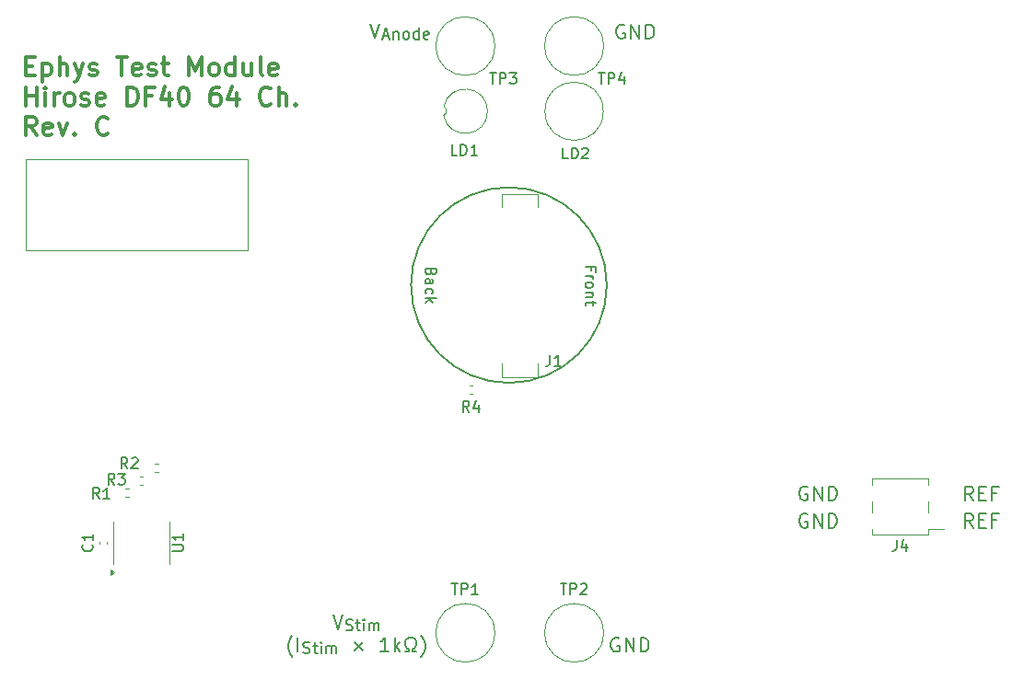
<source format=gbr>
%TF.GenerationSoftware,KiCad,Pcbnew,9.0.3*%
%TF.CreationDate,2025-10-01T18:37:08-04:00*%
%TF.ProjectId,ephys-test-module-64,65706879-732d-4746-9573-742d6d6f6475,C*%
%TF.SameCoordinates,Original*%
%TF.FileFunction,Legend,Top*%
%TF.FilePolarity,Positive*%
%FSLAX46Y46*%
G04 Gerber Fmt 4.6, Leading zero omitted, Abs format (unit mm)*
G04 Created by KiCad (PCBNEW 9.0.3) date 2025-10-01 18:37:08*
%MOMM*%
%LPD*%
G01*
G04 APERTURE LIST*
%ADD10C,0.200000*%
%ADD11C,0.150000*%
%ADD12C,0.300000*%
%ADD13C,0.120000*%
%ADD14C,0.100000*%
G04 APERTURE END LIST*
D10*
X199680142Y-124322004D02*
X199246809Y-123702957D01*
X198937285Y-124322004D02*
X198937285Y-123022004D01*
X198937285Y-123022004D02*
X199432523Y-123022004D01*
X199432523Y-123022004D02*
X199556333Y-123083909D01*
X199556333Y-123083909D02*
X199618238Y-123145814D01*
X199618238Y-123145814D02*
X199680142Y-123269623D01*
X199680142Y-123269623D02*
X199680142Y-123455338D01*
X199680142Y-123455338D02*
X199618238Y-123579147D01*
X199618238Y-123579147D02*
X199556333Y-123641052D01*
X199556333Y-123641052D02*
X199432523Y-123702957D01*
X199432523Y-123702957D02*
X198937285Y-123702957D01*
X200237285Y-123641052D02*
X200670619Y-123641052D01*
X200856333Y-124322004D02*
X200237285Y-124322004D01*
X200237285Y-124322004D02*
X200237285Y-123022004D01*
X200237285Y-123022004D02*
X200856333Y-123022004D01*
X201846809Y-123641052D02*
X201413475Y-123641052D01*
X201413475Y-124322004D02*
X201413475Y-123022004D01*
X201413475Y-123022004D02*
X202032523Y-123022004D01*
X199680142Y-121822004D02*
X199246809Y-121202957D01*
X198937285Y-121822004D02*
X198937285Y-120522004D01*
X198937285Y-120522004D02*
X199432523Y-120522004D01*
X199432523Y-120522004D02*
X199556333Y-120583909D01*
X199556333Y-120583909D02*
X199618238Y-120645814D01*
X199618238Y-120645814D02*
X199680142Y-120769623D01*
X199680142Y-120769623D02*
X199680142Y-120955338D01*
X199680142Y-120955338D02*
X199618238Y-121079147D01*
X199618238Y-121079147D02*
X199556333Y-121141052D01*
X199556333Y-121141052D02*
X199432523Y-121202957D01*
X199432523Y-121202957D02*
X198937285Y-121202957D01*
X200237285Y-121141052D02*
X200670619Y-121141052D01*
X200856333Y-121822004D02*
X200237285Y-121822004D01*
X200237285Y-121822004D02*
X200237285Y-120522004D01*
X200237285Y-120522004D02*
X200856333Y-120522004D01*
X201846809Y-121141052D02*
X201413475Y-121141052D01*
X201413475Y-121822004D02*
X201413475Y-120522004D01*
X201413475Y-120522004D02*
X202032523Y-120522004D01*
D11*
X166000000Y-102000000D02*
G75*
G02*
X148000000Y-102000000I-9000000J0D01*
G01*
X148000000Y-102000000D02*
G75*
G02*
X166000000Y-102000000I9000000J0D01*
G01*
X164553990Y-100642856D02*
X164553990Y-100309523D01*
X164030180Y-100309523D02*
X165030180Y-100309523D01*
X165030180Y-100309523D02*
X165030180Y-100785713D01*
X164030180Y-101166666D02*
X164696847Y-101166666D01*
X164506371Y-101166666D02*
X164601609Y-101214285D01*
X164601609Y-101214285D02*
X164649228Y-101261904D01*
X164649228Y-101261904D02*
X164696847Y-101357142D01*
X164696847Y-101357142D02*
X164696847Y-101452380D01*
X164030180Y-101928571D02*
X164077800Y-101833333D01*
X164077800Y-101833333D02*
X164125419Y-101785714D01*
X164125419Y-101785714D02*
X164220657Y-101738095D01*
X164220657Y-101738095D02*
X164506371Y-101738095D01*
X164506371Y-101738095D02*
X164601609Y-101785714D01*
X164601609Y-101785714D02*
X164649228Y-101833333D01*
X164649228Y-101833333D02*
X164696847Y-101928571D01*
X164696847Y-101928571D02*
X164696847Y-102071428D01*
X164696847Y-102071428D02*
X164649228Y-102166666D01*
X164649228Y-102166666D02*
X164601609Y-102214285D01*
X164601609Y-102214285D02*
X164506371Y-102261904D01*
X164506371Y-102261904D02*
X164220657Y-102261904D01*
X164220657Y-102261904D02*
X164125419Y-102214285D01*
X164125419Y-102214285D02*
X164077800Y-102166666D01*
X164077800Y-102166666D02*
X164030180Y-102071428D01*
X164030180Y-102071428D02*
X164030180Y-101928571D01*
X164696847Y-102690476D02*
X164030180Y-102690476D01*
X164601609Y-102690476D02*
X164649228Y-102738095D01*
X164649228Y-102738095D02*
X164696847Y-102833333D01*
X164696847Y-102833333D02*
X164696847Y-102976190D01*
X164696847Y-102976190D02*
X164649228Y-103071428D01*
X164649228Y-103071428D02*
X164553990Y-103119047D01*
X164553990Y-103119047D02*
X164030180Y-103119047D01*
X164696847Y-103452381D02*
X164696847Y-103833333D01*
X165030180Y-103595238D02*
X164173038Y-103595238D01*
X164173038Y-103595238D02*
X164077800Y-103642857D01*
X164077800Y-103642857D02*
X164030180Y-103738095D01*
X164030180Y-103738095D02*
X164030180Y-103833333D01*
D10*
X184432524Y-120583909D02*
X184308714Y-120522004D01*
X184308714Y-120522004D02*
X184123000Y-120522004D01*
X184123000Y-120522004D02*
X183937286Y-120583909D01*
X183937286Y-120583909D02*
X183813476Y-120707719D01*
X183813476Y-120707719D02*
X183751571Y-120831528D01*
X183751571Y-120831528D02*
X183689667Y-121079147D01*
X183689667Y-121079147D02*
X183689667Y-121264861D01*
X183689667Y-121264861D02*
X183751571Y-121512480D01*
X183751571Y-121512480D02*
X183813476Y-121636290D01*
X183813476Y-121636290D02*
X183937286Y-121760100D01*
X183937286Y-121760100D02*
X184123000Y-121822004D01*
X184123000Y-121822004D02*
X184246809Y-121822004D01*
X184246809Y-121822004D02*
X184432524Y-121760100D01*
X184432524Y-121760100D02*
X184494428Y-121698195D01*
X184494428Y-121698195D02*
X184494428Y-121264861D01*
X184494428Y-121264861D02*
X184246809Y-121264861D01*
X185051571Y-121822004D02*
X185051571Y-120522004D01*
X185051571Y-120522004D02*
X185794428Y-121822004D01*
X185794428Y-121822004D02*
X185794428Y-120522004D01*
X186413476Y-121822004D02*
X186413476Y-120522004D01*
X186413476Y-120522004D02*
X186723000Y-120522004D01*
X186723000Y-120522004D02*
X186908714Y-120583909D01*
X186908714Y-120583909D02*
X187032524Y-120707719D01*
X187032524Y-120707719D02*
X187094429Y-120831528D01*
X187094429Y-120831528D02*
X187156333Y-121079147D01*
X187156333Y-121079147D02*
X187156333Y-121264861D01*
X187156333Y-121264861D02*
X187094429Y-121512480D01*
X187094429Y-121512480D02*
X187032524Y-121636290D01*
X187032524Y-121636290D02*
X186908714Y-121760100D01*
X186908714Y-121760100D02*
X186723000Y-121822004D01*
X186723000Y-121822004D02*
X186413476Y-121822004D01*
D11*
X149853990Y-100785714D02*
X149806371Y-100928571D01*
X149806371Y-100928571D02*
X149758752Y-100976190D01*
X149758752Y-100976190D02*
X149663514Y-101023809D01*
X149663514Y-101023809D02*
X149520657Y-101023809D01*
X149520657Y-101023809D02*
X149425419Y-100976190D01*
X149425419Y-100976190D02*
X149377800Y-100928571D01*
X149377800Y-100928571D02*
X149330180Y-100833333D01*
X149330180Y-100833333D02*
X149330180Y-100452381D01*
X149330180Y-100452381D02*
X150330180Y-100452381D01*
X150330180Y-100452381D02*
X150330180Y-100785714D01*
X150330180Y-100785714D02*
X150282561Y-100880952D01*
X150282561Y-100880952D02*
X150234942Y-100928571D01*
X150234942Y-100928571D02*
X150139704Y-100976190D01*
X150139704Y-100976190D02*
X150044466Y-100976190D01*
X150044466Y-100976190D02*
X149949228Y-100928571D01*
X149949228Y-100928571D02*
X149901609Y-100880952D01*
X149901609Y-100880952D02*
X149853990Y-100785714D01*
X149853990Y-100785714D02*
X149853990Y-100452381D01*
X149330180Y-101880952D02*
X149853990Y-101880952D01*
X149853990Y-101880952D02*
X149949228Y-101833333D01*
X149949228Y-101833333D02*
X149996847Y-101738095D01*
X149996847Y-101738095D02*
X149996847Y-101547619D01*
X149996847Y-101547619D02*
X149949228Y-101452381D01*
X149377800Y-101880952D02*
X149330180Y-101785714D01*
X149330180Y-101785714D02*
X149330180Y-101547619D01*
X149330180Y-101547619D02*
X149377800Y-101452381D01*
X149377800Y-101452381D02*
X149473038Y-101404762D01*
X149473038Y-101404762D02*
X149568276Y-101404762D01*
X149568276Y-101404762D02*
X149663514Y-101452381D01*
X149663514Y-101452381D02*
X149711133Y-101547619D01*
X149711133Y-101547619D02*
X149711133Y-101785714D01*
X149711133Y-101785714D02*
X149758752Y-101880952D01*
X149377800Y-102785714D02*
X149330180Y-102690476D01*
X149330180Y-102690476D02*
X149330180Y-102500000D01*
X149330180Y-102500000D02*
X149377800Y-102404762D01*
X149377800Y-102404762D02*
X149425419Y-102357143D01*
X149425419Y-102357143D02*
X149520657Y-102309524D01*
X149520657Y-102309524D02*
X149806371Y-102309524D01*
X149806371Y-102309524D02*
X149901609Y-102357143D01*
X149901609Y-102357143D02*
X149949228Y-102404762D01*
X149949228Y-102404762D02*
X149996847Y-102500000D01*
X149996847Y-102500000D02*
X149996847Y-102690476D01*
X149996847Y-102690476D02*
X149949228Y-102785714D01*
X149330180Y-103214286D02*
X150330180Y-103214286D01*
X149711133Y-103309524D02*
X149330180Y-103595238D01*
X149996847Y-103595238D02*
X149615895Y-103214286D01*
D10*
X144255387Y-77930504D02*
X144688720Y-79230504D01*
X144688720Y-79230504D02*
X145122054Y-77930504D01*
X145443959Y-79076980D02*
X145939197Y-79076980D01*
X145344911Y-79374123D02*
X145691578Y-78334123D01*
X145691578Y-78334123D02*
X146038244Y-79374123D01*
X146384912Y-78680790D02*
X146384912Y-79374123D01*
X146384912Y-78779838D02*
X146434435Y-78730314D01*
X146434435Y-78730314D02*
X146533483Y-78680790D01*
X146533483Y-78680790D02*
X146682054Y-78680790D01*
X146682054Y-78680790D02*
X146781102Y-78730314D01*
X146781102Y-78730314D02*
X146830626Y-78829361D01*
X146830626Y-78829361D02*
X146830626Y-79374123D01*
X147474435Y-79374123D02*
X147375387Y-79324600D01*
X147375387Y-79324600D02*
X147325864Y-79275076D01*
X147325864Y-79275076D02*
X147276340Y-79176028D01*
X147276340Y-79176028D02*
X147276340Y-78878885D01*
X147276340Y-78878885D02*
X147325864Y-78779838D01*
X147325864Y-78779838D02*
X147375387Y-78730314D01*
X147375387Y-78730314D02*
X147474435Y-78680790D01*
X147474435Y-78680790D02*
X147623006Y-78680790D01*
X147623006Y-78680790D02*
X147722054Y-78730314D01*
X147722054Y-78730314D02*
X147771578Y-78779838D01*
X147771578Y-78779838D02*
X147821102Y-78878885D01*
X147821102Y-78878885D02*
X147821102Y-79176028D01*
X147821102Y-79176028D02*
X147771578Y-79275076D01*
X147771578Y-79275076D02*
X147722054Y-79324600D01*
X147722054Y-79324600D02*
X147623006Y-79374123D01*
X147623006Y-79374123D02*
X147474435Y-79374123D01*
X148712530Y-79374123D02*
X148712530Y-78334123D01*
X148712530Y-79324600D02*
X148613482Y-79374123D01*
X148613482Y-79374123D02*
X148415387Y-79374123D01*
X148415387Y-79374123D02*
X148316339Y-79324600D01*
X148316339Y-79324600D02*
X148266816Y-79275076D01*
X148266816Y-79275076D02*
X148217292Y-79176028D01*
X148217292Y-79176028D02*
X148217292Y-78878885D01*
X148217292Y-78878885D02*
X148266816Y-78779838D01*
X148266816Y-78779838D02*
X148316339Y-78730314D01*
X148316339Y-78730314D02*
X148415387Y-78680790D01*
X148415387Y-78680790D02*
X148613482Y-78680790D01*
X148613482Y-78680790D02*
X148712530Y-78730314D01*
X149603958Y-79324600D02*
X149504910Y-79374123D01*
X149504910Y-79374123D02*
X149306815Y-79374123D01*
X149306815Y-79374123D02*
X149207768Y-79324600D01*
X149207768Y-79324600D02*
X149158244Y-79225552D01*
X149158244Y-79225552D02*
X149158244Y-78829361D01*
X149158244Y-78829361D02*
X149207768Y-78730314D01*
X149207768Y-78730314D02*
X149306815Y-78680790D01*
X149306815Y-78680790D02*
X149504910Y-78680790D01*
X149504910Y-78680790D02*
X149603958Y-78730314D01*
X149603958Y-78730314D02*
X149653482Y-78829361D01*
X149653482Y-78829361D02*
X149653482Y-78928409D01*
X149653482Y-78928409D02*
X149158244Y-79027457D01*
X167122054Y-134492409D02*
X166998244Y-134430504D01*
X166998244Y-134430504D02*
X166812530Y-134430504D01*
X166812530Y-134430504D02*
X166626816Y-134492409D01*
X166626816Y-134492409D02*
X166503006Y-134616219D01*
X166503006Y-134616219D02*
X166441101Y-134740028D01*
X166441101Y-134740028D02*
X166379197Y-134987647D01*
X166379197Y-134987647D02*
X166379197Y-135173361D01*
X166379197Y-135173361D02*
X166441101Y-135420980D01*
X166441101Y-135420980D02*
X166503006Y-135544790D01*
X166503006Y-135544790D02*
X166626816Y-135668600D01*
X166626816Y-135668600D02*
X166812530Y-135730504D01*
X166812530Y-135730504D02*
X166936339Y-135730504D01*
X166936339Y-135730504D02*
X167122054Y-135668600D01*
X167122054Y-135668600D02*
X167183958Y-135606695D01*
X167183958Y-135606695D02*
X167183958Y-135173361D01*
X167183958Y-135173361D02*
X166936339Y-135173361D01*
X167741101Y-135730504D02*
X167741101Y-134430504D01*
X167741101Y-134430504D02*
X168483958Y-135730504D01*
X168483958Y-135730504D02*
X168483958Y-134430504D01*
X169103006Y-135730504D02*
X169103006Y-134430504D01*
X169103006Y-134430504D02*
X169412530Y-134430504D01*
X169412530Y-134430504D02*
X169598244Y-134492409D01*
X169598244Y-134492409D02*
X169722054Y-134616219D01*
X169722054Y-134616219D02*
X169783959Y-134740028D01*
X169783959Y-134740028D02*
X169845863Y-134987647D01*
X169845863Y-134987647D02*
X169845863Y-135173361D01*
X169845863Y-135173361D02*
X169783959Y-135420980D01*
X169783959Y-135420980D02*
X169722054Y-135544790D01*
X169722054Y-135544790D02*
X169598244Y-135668600D01*
X169598244Y-135668600D02*
X169412530Y-135730504D01*
X169412530Y-135730504D02*
X169103006Y-135730504D01*
X184432524Y-123083909D02*
X184308714Y-123022004D01*
X184308714Y-123022004D02*
X184123000Y-123022004D01*
X184123000Y-123022004D02*
X183937286Y-123083909D01*
X183937286Y-123083909D02*
X183813476Y-123207719D01*
X183813476Y-123207719D02*
X183751571Y-123331528D01*
X183751571Y-123331528D02*
X183689667Y-123579147D01*
X183689667Y-123579147D02*
X183689667Y-123764861D01*
X183689667Y-123764861D02*
X183751571Y-124012480D01*
X183751571Y-124012480D02*
X183813476Y-124136290D01*
X183813476Y-124136290D02*
X183937286Y-124260100D01*
X183937286Y-124260100D02*
X184123000Y-124322004D01*
X184123000Y-124322004D02*
X184246809Y-124322004D01*
X184246809Y-124322004D02*
X184432524Y-124260100D01*
X184432524Y-124260100D02*
X184494428Y-124198195D01*
X184494428Y-124198195D02*
X184494428Y-123764861D01*
X184494428Y-123764861D02*
X184246809Y-123764861D01*
X185051571Y-124322004D02*
X185051571Y-123022004D01*
X185051571Y-123022004D02*
X185794428Y-124322004D01*
X185794428Y-124322004D02*
X185794428Y-123022004D01*
X186413476Y-124322004D02*
X186413476Y-123022004D01*
X186413476Y-123022004D02*
X186723000Y-123022004D01*
X186723000Y-123022004D02*
X186908714Y-123083909D01*
X186908714Y-123083909D02*
X187032524Y-123207719D01*
X187032524Y-123207719D02*
X187094429Y-123331528D01*
X187094429Y-123331528D02*
X187156333Y-123579147D01*
X187156333Y-123579147D02*
X187156333Y-123764861D01*
X187156333Y-123764861D02*
X187094429Y-124012480D01*
X187094429Y-124012480D02*
X187032524Y-124136290D01*
X187032524Y-124136290D02*
X186908714Y-124260100D01*
X186908714Y-124260100D02*
X186723000Y-124322004D01*
X186723000Y-124322004D02*
X186413476Y-124322004D01*
X140833333Y-132337577D02*
X141266666Y-133637577D01*
X141266666Y-133637577D02*
X141700000Y-132337577D01*
X142021905Y-133731673D02*
X142170476Y-133781196D01*
X142170476Y-133781196D02*
X142418095Y-133781196D01*
X142418095Y-133781196D02*
X142517143Y-133731673D01*
X142517143Y-133731673D02*
X142566667Y-133682149D01*
X142566667Y-133682149D02*
X142616190Y-133583101D01*
X142616190Y-133583101D02*
X142616190Y-133484053D01*
X142616190Y-133484053D02*
X142566667Y-133385006D01*
X142566667Y-133385006D02*
X142517143Y-133335482D01*
X142517143Y-133335482D02*
X142418095Y-133285958D01*
X142418095Y-133285958D02*
X142220000Y-133236434D01*
X142220000Y-133236434D02*
X142120952Y-133186911D01*
X142120952Y-133186911D02*
X142071429Y-133137387D01*
X142071429Y-133137387D02*
X142021905Y-133038339D01*
X142021905Y-133038339D02*
X142021905Y-132939292D01*
X142021905Y-132939292D02*
X142071429Y-132840244D01*
X142071429Y-132840244D02*
X142120952Y-132790720D01*
X142120952Y-132790720D02*
X142220000Y-132741196D01*
X142220000Y-132741196D02*
X142467619Y-132741196D01*
X142467619Y-132741196D02*
X142616190Y-132790720D01*
X142913333Y-133087863D02*
X143309524Y-133087863D01*
X143061905Y-132741196D02*
X143061905Y-133632625D01*
X143061905Y-133632625D02*
X143111428Y-133731673D01*
X143111428Y-133731673D02*
X143210476Y-133781196D01*
X143210476Y-133781196D02*
X143309524Y-133781196D01*
X143656191Y-133781196D02*
X143656191Y-133087863D01*
X143656191Y-132741196D02*
X143606667Y-132790720D01*
X143606667Y-132790720D02*
X143656191Y-132840244D01*
X143656191Y-132840244D02*
X143705714Y-132790720D01*
X143705714Y-132790720D02*
X143656191Y-132741196D01*
X143656191Y-132741196D02*
X143656191Y-132840244D01*
X144151429Y-133781196D02*
X144151429Y-133087863D01*
X144151429Y-133186911D02*
X144200952Y-133137387D01*
X144200952Y-133137387D02*
X144300000Y-133087863D01*
X144300000Y-133087863D02*
X144448571Y-133087863D01*
X144448571Y-133087863D02*
X144547619Y-133137387D01*
X144547619Y-133137387D02*
X144597143Y-133236434D01*
X144597143Y-133236434D02*
X144597143Y-133781196D01*
X144597143Y-133236434D02*
X144646667Y-133137387D01*
X144646667Y-133137387D02*
X144745714Y-133087863D01*
X144745714Y-133087863D02*
X144894286Y-133087863D01*
X144894286Y-133087863D02*
X144993333Y-133137387D01*
X144993333Y-133137387D02*
X145042857Y-133236434D01*
X145042857Y-133236434D02*
X145042857Y-133781196D01*
X137088095Y-136225742D02*
X137026190Y-136163838D01*
X137026190Y-136163838D02*
X136902381Y-135978123D01*
X136902381Y-135978123D02*
X136840476Y-135854314D01*
X136840476Y-135854314D02*
X136778571Y-135668600D01*
X136778571Y-135668600D02*
X136716666Y-135359076D01*
X136716666Y-135359076D02*
X136716666Y-135111457D01*
X136716666Y-135111457D02*
X136778571Y-134801933D01*
X136778571Y-134801933D02*
X136840476Y-134616219D01*
X136840476Y-134616219D02*
X136902381Y-134492409D01*
X136902381Y-134492409D02*
X137026190Y-134306695D01*
X137026190Y-134306695D02*
X137088095Y-134244790D01*
X137583333Y-135730504D02*
X137583333Y-134430504D01*
X138090953Y-135824600D02*
X138239524Y-135874123D01*
X138239524Y-135874123D02*
X138487143Y-135874123D01*
X138487143Y-135874123D02*
X138586191Y-135824600D01*
X138586191Y-135824600D02*
X138635715Y-135775076D01*
X138635715Y-135775076D02*
X138685238Y-135676028D01*
X138685238Y-135676028D02*
X138685238Y-135576980D01*
X138685238Y-135576980D02*
X138635715Y-135477933D01*
X138635715Y-135477933D02*
X138586191Y-135428409D01*
X138586191Y-135428409D02*
X138487143Y-135378885D01*
X138487143Y-135378885D02*
X138289048Y-135329361D01*
X138289048Y-135329361D02*
X138190000Y-135279838D01*
X138190000Y-135279838D02*
X138140477Y-135230314D01*
X138140477Y-135230314D02*
X138090953Y-135131266D01*
X138090953Y-135131266D02*
X138090953Y-135032219D01*
X138090953Y-135032219D02*
X138140477Y-134933171D01*
X138140477Y-134933171D02*
X138190000Y-134883647D01*
X138190000Y-134883647D02*
X138289048Y-134834123D01*
X138289048Y-134834123D02*
X138536667Y-134834123D01*
X138536667Y-134834123D02*
X138685238Y-134883647D01*
X138982381Y-135180790D02*
X139378572Y-135180790D01*
X139130953Y-134834123D02*
X139130953Y-135725552D01*
X139130953Y-135725552D02*
X139180476Y-135824600D01*
X139180476Y-135824600D02*
X139279524Y-135874123D01*
X139279524Y-135874123D02*
X139378572Y-135874123D01*
X139725239Y-135874123D02*
X139725239Y-135180790D01*
X139725239Y-134834123D02*
X139675715Y-134883647D01*
X139675715Y-134883647D02*
X139725239Y-134933171D01*
X139725239Y-134933171D02*
X139774762Y-134883647D01*
X139774762Y-134883647D02*
X139725239Y-134834123D01*
X139725239Y-134834123D02*
X139725239Y-134933171D01*
X140220477Y-135874123D02*
X140220477Y-135180790D01*
X140220477Y-135279838D02*
X140270000Y-135230314D01*
X140270000Y-135230314D02*
X140369048Y-135180790D01*
X140369048Y-135180790D02*
X140517619Y-135180790D01*
X140517619Y-135180790D02*
X140616667Y-135230314D01*
X140616667Y-135230314D02*
X140666191Y-135329361D01*
X140666191Y-135329361D02*
X140666191Y-135874123D01*
X140666191Y-135329361D02*
X140715715Y-135230314D01*
X140715715Y-135230314D02*
X140814762Y-135180790D01*
X140814762Y-135180790D02*
X140963334Y-135180790D01*
X140963334Y-135180790D02*
X141062381Y-135230314D01*
X141062381Y-135230314D02*
X141111905Y-135329361D01*
X141111905Y-135329361D02*
X141111905Y-135874123D01*
X142783334Y-134863838D02*
X143526191Y-135606695D01*
X143526191Y-134863838D02*
X142783334Y-135606695D01*
X145940477Y-135730504D02*
X145197620Y-135730504D01*
X145569048Y-135730504D02*
X145569048Y-134430504D01*
X145569048Y-134430504D02*
X145445239Y-134616219D01*
X145445239Y-134616219D02*
X145321429Y-134740028D01*
X145321429Y-134740028D02*
X145197620Y-134801933D01*
X146497619Y-135730504D02*
X146497619Y-134430504D01*
X146621429Y-135235266D02*
X146992857Y-135730504D01*
X146992857Y-134863838D02*
X146497619Y-135359076D01*
X147488096Y-135730504D02*
X147797619Y-135730504D01*
X147797619Y-135730504D02*
X147797619Y-135482885D01*
X147797619Y-135482885D02*
X147673810Y-135420980D01*
X147673810Y-135420980D02*
X147550000Y-135297171D01*
X147550000Y-135297171D02*
X147488096Y-135111457D01*
X147488096Y-135111457D02*
X147488096Y-134801933D01*
X147488096Y-134801933D02*
X147550000Y-134616219D01*
X147550000Y-134616219D02*
X147673810Y-134492409D01*
X147673810Y-134492409D02*
X147859524Y-134430504D01*
X147859524Y-134430504D02*
X148107143Y-134430504D01*
X148107143Y-134430504D02*
X148292857Y-134492409D01*
X148292857Y-134492409D02*
X148416667Y-134616219D01*
X148416667Y-134616219D02*
X148478572Y-134801933D01*
X148478572Y-134801933D02*
X148478572Y-135111457D01*
X148478572Y-135111457D02*
X148416667Y-135297171D01*
X148416667Y-135297171D02*
X148292857Y-135420980D01*
X148292857Y-135420980D02*
X148169048Y-135482885D01*
X148169048Y-135482885D02*
X148169048Y-135730504D01*
X148169048Y-135730504D02*
X148478572Y-135730504D01*
X148911905Y-136225742D02*
X148973810Y-136163838D01*
X148973810Y-136163838D02*
X149097619Y-135978123D01*
X149097619Y-135978123D02*
X149159524Y-135854314D01*
X149159524Y-135854314D02*
X149221429Y-135668600D01*
X149221429Y-135668600D02*
X149283333Y-135359076D01*
X149283333Y-135359076D02*
X149283333Y-135111457D01*
X149283333Y-135111457D02*
X149221429Y-134801933D01*
X149221429Y-134801933D02*
X149159524Y-134616219D01*
X149159524Y-134616219D02*
X149097619Y-134492409D01*
X149097619Y-134492409D02*
X148973810Y-134306695D01*
X148973810Y-134306695D02*
X148911905Y-134244790D01*
X167622054Y-78092409D02*
X167498244Y-78030504D01*
X167498244Y-78030504D02*
X167312530Y-78030504D01*
X167312530Y-78030504D02*
X167126816Y-78092409D01*
X167126816Y-78092409D02*
X167003006Y-78216219D01*
X167003006Y-78216219D02*
X166941101Y-78340028D01*
X166941101Y-78340028D02*
X166879197Y-78587647D01*
X166879197Y-78587647D02*
X166879197Y-78773361D01*
X166879197Y-78773361D02*
X166941101Y-79020980D01*
X166941101Y-79020980D02*
X167003006Y-79144790D01*
X167003006Y-79144790D02*
X167126816Y-79268600D01*
X167126816Y-79268600D02*
X167312530Y-79330504D01*
X167312530Y-79330504D02*
X167436339Y-79330504D01*
X167436339Y-79330504D02*
X167622054Y-79268600D01*
X167622054Y-79268600D02*
X167683958Y-79206695D01*
X167683958Y-79206695D02*
X167683958Y-78773361D01*
X167683958Y-78773361D02*
X167436339Y-78773361D01*
X168241101Y-79330504D02*
X168241101Y-78030504D01*
X168241101Y-78030504D02*
X168983958Y-79330504D01*
X168983958Y-79330504D02*
X168983958Y-78030504D01*
X169603006Y-79330504D02*
X169603006Y-78030504D01*
X169603006Y-78030504D02*
X169912530Y-78030504D01*
X169912530Y-78030504D02*
X170098244Y-78092409D01*
X170098244Y-78092409D02*
X170222054Y-78216219D01*
X170222054Y-78216219D02*
X170283959Y-78340028D01*
X170283959Y-78340028D02*
X170345863Y-78587647D01*
X170345863Y-78587647D02*
X170345863Y-78773361D01*
X170345863Y-78773361D02*
X170283959Y-79020980D01*
X170283959Y-79020980D02*
X170222054Y-79144790D01*
X170222054Y-79144790D02*
X170098244Y-79268600D01*
X170098244Y-79268600D02*
X169912530Y-79330504D01*
X169912530Y-79330504D02*
X169603006Y-79330504D01*
D12*
X112602129Y-81843472D02*
X113168796Y-81843472D01*
X113411653Y-82733948D02*
X112602129Y-82733948D01*
X112602129Y-82733948D02*
X112602129Y-81033948D01*
X112602129Y-81033948D02*
X113411653Y-81033948D01*
X114140224Y-81600615D02*
X114140224Y-83300615D01*
X114140224Y-81681567D02*
X114302129Y-81600615D01*
X114302129Y-81600615D02*
X114625939Y-81600615D01*
X114625939Y-81600615D02*
X114787843Y-81681567D01*
X114787843Y-81681567D02*
X114868796Y-81762519D01*
X114868796Y-81762519D02*
X114949748Y-81924424D01*
X114949748Y-81924424D02*
X114949748Y-82410138D01*
X114949748Y-82410138D02*
X114868796Y-82572043D01*
X114868796Y-82572043D02*
X114787843Y-82652996D01*
X114787843Y-82652996D02*
X114625939Y-82733948D01*
X114625939Y-82733948D02*
X114302129Y-82733948D01*
X114302129Y-82733948D02*
X114140224Y-82652996D01*
X115678319Y-82733948D02*
X115678319Y-81033948D01*
X116406891Y-82733948D02*
X116406891Y-81843472D01*
X116406891Y-81843472D02*
X116325938Y-81681567D01*
X116325938Y-81681567D02*
X116164034Y-81600615D01*
X116164034Y-81600615D02*
X115921177Y-81600615D01*
X115921177Y-81600615D02*
X115759272Y-81681567D01*
X115759272Y-81681567D02*
X115678319Y-81762519D01*
X117054510Y-81600615D02*
X117459272Y-82733948D01*
X117864033Y-81600615D02*
X117459272Y-82733948D01*
X117459272Y-82733948D02*
X117297367Y-83138710D01*
X117297367Y-83138710D02*
X117216414Y-83219662D01*
X117216414Y-83219662D02*
X117054510Y-83300615D01*
X118430700Y-82652996D02*
X118592605Y-82733948D01*
X118592605Y-82733948D02*
X118916414Y-82733948D01*
X118916414Y-82733948D02*
X119078319Y-82652996D01*
X119078319Y-82652996D02*
X119159271Y-82491091D01*
X119159271Y-82491091D02*
X119159271Y-82410138D01*
X119159271Y-82410138D02*
X119078319Y-82248234D01*
X119078319Y-82248234D02*
X118916414Y-82167281D01*
X118916414Y-82167281D02*
X118673557Y-82167281D01*
X118673557Y-82167281D02*
X118511652Y-82086329D01*
X118511652Y-82086329D02*
X118430700Y-81924424D01*
X118430700Y-81924424D02*
X118430700Y-81843472D01*
X118430700Y-81843472D02*
X118511652Y-81681567D01*
X118511652Y-81681567D02*
X118673557Y-81600615D01*
X118673557Y-81600615D02*
X118916414Y-81600615D01*
X118916414Y-81600615D02*
X119078319Y-81681567D01*
X120940223Y-81033948D02*
X121911652Y-81033948D01*
X121425938Y-82733948D02*
X121425938Y-81033948D01*
X123125937Y-82652996D02*
X122964033Y-82733948D01*
X122964033Y-82733948D02*
X122640223Y-82733948D01*
X122640223Y-82733948D02*
X122478318Y-82652996D01*
X122478318Y-82652996D02*
X122397366Y-82491091D01*
X122397366Y-82491091D02*
X122397366Y-81843472D01*
X122397366Y-81843472D02*
X122478318Y-81681567D01*
X122478318Y-81681567D02*
X122640223Y-81600615D01*
X122640223Y-81600615D02*
X122964033Y-81600615D01*
X122964033Y-81600615D02*
X123125937Y-81681567D01*
X123125937Y-81681567D02*
X123206890Y-81843472D01*
X123206890Y-81843472D02*
X123206890Y-82005376D01*
X123206890Y-82005376D02*
X122397366Y-82167281D01*
X123854509Y-82652996D02*
X124016414Y-82733948D01*
X124016414Y-82733948D02*
X124340223Y-82733948D01*
X124340223Y-82733948D02*
X124502128Y-82652996D01*
X124502128Y-82652996D02*
X124583080Y-82491091D01*
X124583080Y-82491091D02*
X124583080Y-82410138D01*
X124583080Y-82410138D02*
X124502128Y-82248234D01*
X124502128Y-82248234D02*
X124340223Y-82167281D01*
X124340223Y-82167281D02*
X124097366Y-82167281D01*
X124097366Y-82167281D02*
X123935461Y-82086329D01*
X123935461Y-82086329D02*
X123854509Y-81924424D01*
X123854509Y-81924424D02*
X123854509Y-81843472D01*
X123854509Y-81843472D02*
X123935461Y-81681567D01*
X123935461Y-81681567D02*
X124097366Y-81600615D01*
X124097366Y-81600615D02*
X124340223Y-81600615D01*
X124340223Y-81600615D02*
X124502128Y-81681567D01*
X125068794Y-81600615D02*
X125716413Y-81600615D01*
X125311651Y-81033948D02*
X125311651Y-82491091D01*
X125311651Y-82491091D02*
X125392604Y-82652996D01*
X125392604Y-82652996D02*
X125554509Y-82733948D01*
X125554509Y-82733948D02*
X125716413Y-82733948D01*
X127578318Y-82733948D02*
X127578318Y-81033948D01*
X127578318Y-81033948D02*
X128144985Y-82248234D01*
X128144985Y-82248234D02*
X128711652Y-81033948D01*
X128711652Y-81033948D02*
X128711652Y-82733948D01*
X129764033Y-82733948D02*
X129602128Y-82652996D01*
X129602128Y-82652996D02*
X129521175Y-82572043D01*
X129521175Y-82572043D02*
X129440223Y-82410138D01*
X129440223Y-82410138D02*
X129440223Y-81924424D01*
X129440223Y-81924424D02*
X129521175Y-81762519D01*
X129521175Y-81762519D02*
X129602128Y-81681567D01*
X129602128Y-81681567D02*
X129764033Y-81600615D01*
X129764033Y-81600615D02*
X130006890Y-81600615D01*
X130006890Y-81600615D02*
X130168794Y-81681567D01*
X130168794Y-81681567D02*
X130249747Y-81762519D01*
X130249747Y-81762519D02*
X130330699Y-81924424D01*
X130330699Y-81924424D02*
X130330699Y-82410138D01*
X130330699Y-82410138D02*
X130249747Y-82572043D01*
X130249747Y-82572043D02*
X130168794Y-82652996D01*
X130168794Y-82652996D02*
X130006890Y-82733948D01*
X130006890Y-82733948D02*
X129764033Y-82733948D01*
X131787842Y-82733948D02*
X131787842Y-81033948D01*
X131787842Y-82652996D02*
X131625937Y-82733948D01*
X131625937Y-82733948D02*
X131302128Y-82733948D01*
X131302128Y-82733948D02*
X131140223Y-82652996D01*
X131140223Y-82652996D02*
X131059270Y-82572043D01*
X131059270Y-82572043D02*
X130978318Y-82410138D01*
X130978318Y-82410138D02*
X130978318Y-81924424D01*
X130978318Y-81924424D02*
X131059270Y-81762519D01*
X131059270Y-81762519D02*
X131140223Y-81681567D01*
X131140223Y-81681567D02*
X131302128Y-81600615D01*
X131302128Y-81600615D02*
X131625937Y-81600615D01*
X131625937Y-81600615D02*
X131787842Y-81681567D01*
X133325937Y-81600615D02*
X133325937Y-82733948D01*
X132597365Y-81600615D02*
X132597365Y-82491091D01*
X132597365Y-82491091D02*
X132678318Y-82652996D01*
X132678318Y-82652996D02*
X132840223Y-82733948D01*
X132840223Y-82733948D02*
X133083080Y-82733948D01*
X133083080Y-82733948D02*
X133244984Y-82652996D01*
X133244984Y-82652996D02*
X133325937Y-82572043D01*
X134378318Y-82733948D02*
X134216413Y-82652996D01*
X134216413Y-82652996D02*
X134135460Y-82491091D01*
X134135460Y-82491091D02*
X134135460Y-81033948D01*
X135673555Y-82652996D02*
X135511651Y-82733948D01*
X135511651Y-82733948D02*
X135187841Y-82733948D01*
X135187841Y-82733948D02*
X135025936Y-82652996D01*
X135025936Y-82652996D02*
X134944984Y-82491091D01*
X134944984Y-82491091D02*
X134944984Y-81843472D01*
X134944984Y-81843472D02*
X135025936Y-81681567D01*
X135025936Y-81681567D02*
X135187841Y-81600615D01*
X135187841Y-81600615D02*
X135511651Y-81600615D01*
X135511651Y-81600615D02*
X135673555Y-81681567D01*
X135673555Y-81681567D02*
X135754508Y-81843472D01*
X135754508Y-81843472D02*
X135754508Y-82005376D01*
X135754508Y-82005376D02*
X134944984Y-82167281D01*
X112602129Y-85470853D02*
X112602129Y-83770853D01*
X112602129Y-84580377D02*
X113573558Y-84580377D01*
X113573558Y-85470853D02*
X113573558Y-83770853D01*
X114383081Y-85470853D02*
X114383081Y-84337520D01*
X114383081Y-83770853D02*
X114302129Y-83851805D01*
X114302129Y-83851805D02*
X114383081Y-83932758D01*
X114383081Y-83932758D02*
X114464034Y-83851805D01*
X114464034Y-83851805D02*
X114383081Y-83770853D01*
X114383081Y-83770853D02*
X114383081Y-83932758D01*
X115192605Y-85470853D02*
X115192605Y-84337520D01*
X115192605Y-84661329D02*
X115273558Y-84499424D01*
X115273558Y-84499424D02*
X115354510Y-84418472D01*
X115354510Y-84418472D02*
X115516415Y-84337520D01*
X115516415Y-84337520D02*
X115678320Y-84337520D01*
X116487844Y-85470853D02*
X116325939Y-85389901D01*
X116325939Y-85389901D02*
X116244986Y-85308948D01*
X116244986Y-85308948D02*
X116164034Y-85147043D01*
X116164034Y-85147043D02*
X116164034Y-84661329D01*
X116164034Y-84661329D02*
X116244986Y-84499424D01*
X116244986Y-84499424D02*
X116325939Y-84418472D01*
X116325939Y-84418472D02*
X116487844Y-84337520D01*
X116487844Y-84337520D02*
X116730701Y-84337520D01*
X116730701Y-84337520D02*
X116892605Y-84418472D01*
X116892605Y-84418472D02*
X116973558Y-84499424D01*
X116973558Y-84499424D02*
X117054510Y-84661329D01*
X117054510Y-84661329D02*
X117054510Y-85147043D01*
X117054510Y-85147043D02*
X116973558Y-85308948D01*
X116973558Y-85308948D02*
X116892605Y-85389901D01*
X116892605Y-85389901D02*
X116730701Y-85470853D01*
X116730701Y-85470853D02*
X116487844Y-85470853D01*
X117702129Y-85389901D02*
X117864034Y-85470853D01*
X117864034Y-85470853D02*
X118187843Y-85470853D01*
X118187843Y-85470853D02*
X118349748Y-85389901D01*
X118349748Y-85389901D02*
X118430700Y-85227996D01*
X118430700Y-85227996D02*
X118430700Y-85147043D01*
X118430700Y-85147043D02*
X118349748Y-84985139D01*
X118349748Y-84985139D02*
X118187843Y-84904186D01*
X118187843Y-84904186D02*
X117944986Y-84904186D01*
X117944986Y-84904186D02*
X117783081Y-84823234D01*
X117783081Y-84823234D02*
X117702129Y-84661329D01*
X117702129Y-84661329D02*
X117702129Y-84580377D01*
X117702129Y-84580377D02*
X117783081Y-84418472D01*
X117783081Y-84418472D02*
X117944986Y-84337520D01*
X117944986Y-84337520D02*
X118187843Y-84337520D01*
X118187843Y-84337520D02*
X118349748Y-84418472D01*
X119806890Y-85389901D02*
X119644986Y-85470853D01*
X119644986Y-85470853D02*
X119321176Y-85470853D01*
X119321176Y-85470853D02*
X119159271Y-85389901D01*
X119159271Y-85389901D02*
X119078319Y-85227996D01*
X119078319Y-85227996D02*
X119078319Y-84580377D01*
X119078319Y-84580377D02*
X119159271Y-84418472D01*
X119159271Y-84418472D02*
X119321176Y-84337520D01*
X119321176Y-84337520D02*
X119644986Y-84337520D01*
X119644986Y-84337520D02*
X119806890Y-84418472D01*
X119806890Y-84418472D02*
X119887843Y-84580377D01*
X119887843Y-84580377D02*
X119887843Y-84742281D01*
X119887843Y-84742281D02*
X119078319Y-84904186D01*
X121911652Y-85470853D02*
X121911652Y-83770853D01*
X121911652Y-83770853D02*
X122316414Y-83770853D01*
X122316414Y-83770853D02*
X122559271Y-83851805D01*
X122559271Y-83851805D02*
X122721176Y-84013710D01*
X122721176Y-84013710D02*
X122802129Y-84175615D01*
X122802129Y-84175615D02*
X122883081Y-84499424D01*
X122883081Y-84499424D02*
X122883081Y-84742281D01*
X122883081Y-84742281D02*
X122802129Y-85066091D01*
X122802129Y-85066091D02*
X122721176Y-85227996D01*
X122721176Y-85227996D02*
X122559271Y-85389901D01*
X122559271Y-85389901D02*
X122316414Y-85470853D01*
X122316414Y-85470853D02*
X121911652Y-85470853D01*
X124178319Y-84580377D02*
X123611652Y-84580377D01*
X123611652Y-85470853D02*
X123611652Y-83770853D01*
X123611652Y-83770853D02*
X124421176Y-83770853D01*
X125797367Y-84337520D02*
X125797367Y-85470853D01*
X125392605Y-83689901D02*
X124987843Y-84904186D01*
X124987843Y-84904186D02*
X126040224Y-84904186D01*
X127011653Y-83770853D02*
X127173558Y-83770853D01*
X127173558Y-83770853D02*
X127335462Y-83851805D01*
X127335462Y-83851805D02*
X127416415Y-83932758D01*
X127416415Y-83932758D02*
X127497367Y-84094662D01*
X127497367Y-84094662D02*
X127578320Y-84418472D01*
X127578320Y-84418472D02*
X127578320Y-84823234D01*
X127578320Y-84823234D02*
X127497367Y-85147043D01*
X127497367Y-85147043D02*
X127416415Y-85308948D01*
X127416415Y-85308948D02*
X127335462Y-85389901D01*
X127335462Y-85389901D02*
X127173558Y-85470853D01*
X127173558Y-85470853D02*
X127011653Y-85470853D01*
X127011653Y-85470853D02*
X126849748Y-85389901D01*
X126849748Y-85389901D02*
X126768796Y-85308948D01*
X126768796Y-85308948D02*
X126687843Y-85147043D01*
X126687843Y-85147043D02*
X126606891Y-84823234D01*
X126606891Y-84823234D02*
X126606891Y-84418472D01*
X126606891Y-84418472D02*
X126687843Y-84094662D01*
X126687843Y-84094662D02*
X126768796Y-83932758D01*
X126768796Y-83932758D02*
X126849748Y-83851805D01*
X126849748Y-83851805D02*
X127011653Y-83770853D01*
X130330701Y-83770853D02*
X130006891Y-83770853D01*
X130006891Y-83770853D02*
X129844987Y-83851805D01*
X129844987Y-83851805D02*
X129764034Y-83932758D01*
X129764034Y-83932758D02*
X129602129Y-84175615D01*
X129602129Y-84175615D02*
X129521177Y-84499424D01*
X129521177Y-84499424D02*
X129521177Y-85147043D01*
X129521177Y-85147043D02*
X129602129Y-85308948D01*
X129602129Y-85308948D02*
X129683082Y-85389901D01*
X129683082Y-85389901D02*
X129844987Y-85470853D01*
X129844987Y-85470853D02*
X130168796Y-85470853D01*
X130168796Y-85470853D02*
X130330701Y-85389901D01*
X130330701Y-85389901D02*
X130411653Y-85308948D01*
X130411653Y-85308948D02*
X130492606Y-85147043D01*
X130492606Y-85147043D02*
X130492606Y-84742281D01*
X130492606Y-84742281D02*
X130411653Y-84580377D01*
X130411653Y-84580377D02*
X130330701Y-84499424D01*
X130330701Y-84499424D02*
X130168796Y-84418472D01*
X130168796Y-84418472D02*
X129844987Y-84418472D01*
X129844987Y-84418472D02*
X129683082Y-84499424D01*
X129683082Y-84499424D02*
X129602129Y-84580377D01*
X129602129Y-84580377D02*
X129521177Y-84742281D01*
X131949749Y-84337520D02*
X131949749Y-85470853D01*
X131544987Y-83689901D02*
X131140225Y-84904186D01*
X131140225Y-84904186D02*
X132192606Y-84904186D01*
X135106892Y-85308948D02*
X135025940Y-85389901D01*
X135025940Y-85389901D02*
X134783082Y-85470853D01*
X134783082Y-85470853D02*
X134621178Y-85470853D01*
X134621178Y-85470853D02*
X134378321Y-85389901D01*
X134378321Y-85389901D02*
X134216416Y-85227996D01*
X134216416Y-85227996D02*
X134135463Y-85066091D01*
X134135463Y-85066091D02*
X134054511Y-84742281D01*
X134054511Y-84742281D02*
X134054511Y-84499424D01*
X134054511Y-84499424D02*
X134135463Y-84175615D01*
X134135463Y-84175615D02*
X134216416Y-84013710D01*
X134216416Y-84013710D02*
X134378321Y-83851805D01*
X134378321Y-83851805D02*
X134621178Y-83770853D01*
X134621178Y-83770853D02*
X134783082Y-83770853D01*
X134783082Y-83770853D02*
X135025940Y-83851805D01*
X135025940Y-83851805D02*
X135106892Y-83932758D01*
X135835463Y-85470853D02*
X135835463Y-83770853D01*
X136564035Y-85470853D02*
X136564035Y-84580377D01*
X136564035Y-84580377D02*
X136483082Y-84418472D01*
X136483082Y-84418472D02*
X136321178Y-84337520D01*
X136321178Y-84337520D02*
X136078321Y-84337520D01*
X136078321Y-84337520D02*
X135916416Y-84418472D01*
X135916416Y-84418472D02*
X135835463Y-84499424D01*
X137373558Y-85308948D02*
X137454511Y-85389901D01*
X137454511Y-85389901D02*
X137373558Y-85470853D01*
X137373558Y-85470853D02*
X137292606Y-85389901D01*
X137292606Y-85389901D02*
X137373558Y-85308948D01*
X137373558Y-85308948D02*
X137373558Y-85470853D01*
X113573558Y-88207758D02*
X113006891Y-87398234D01*
X112602129Y-88207758D02*
X112602129Y-86507758D01*
X112602129Y-86507758D02*
X113249748Y-86507758D01*
X113249748Y-86507758D02*
X113411653Y-86588710D01*
X113411653Y-86588710D02*
X113492606Y-86669663D01*
X113492606Y-86669663D02*
X113573558Y-86831567D01*
X113573558Y-86831567D02*
X113573558Y-87074425D01*
X113573558Y-87074425D02*
X113492606Y-87236329D01*
X113492606Y-87236329D02*
X113411653Y-87317282D01*
X113411653Y-87317282D02*
X113249748Y-87398234D01*
X113249748Y-87398234D02*
X112602129Y-87398234D01*
X114949748Y-88126806D02*
X114787844Y-88207758D01*
X114787844Y-88207758D02*
X114464034Y-88207758D01*
X114464034Y-88207758D02*
X114302129Y-88126806D01*
X114302129Y-88126806D02*
X114221177Y-87964901D01*
X114221177Y-87964901D02*
X114221177Y-87317282D01*
X114221177Y-87317282D02*
X114302129Y-87155377D01*
X114302129Y-87155377D02*
X114464034Y-87074425D01*
X114464034Y-87074425D02*
X114787844Y-87074425D01*
X114787844Y-87074425D02*
X114949748Y-87155377D01*
X114949748Y-87155377D02*
X115030701Y-87317282D01*
X115030701Y-87317282D02*
X115030701Y-87479186D01*
X115030701Y-87479186D02*
X114221177Y-87641091D01*
X115597368Y-87074425D02*
X116002130Y-88207758D01*
X116002130Y-88207758D02*
X116406891Y-87074425D01*
X117054510Y-88045853D02*
X117135463Y-88126806D01*
X117135463Y-88126806D02*
X117054510Y-88207758D01*
X117054510Y-88207758D02*
X116973558Y-88126806D01*
X116973558Y-88126806D02*
X117054510Y-88045853D01*
X117054510Y-88045853D02*
X117054510Y-88207758D01*
X120130701Y-88045853D02*
X120049749Y-88126806D01*
X120049749Y-88126806D02*
X119806891Y-88207758D01*
X119806891Y-88207758D02*
X119644987Y-88207758D01*
X119644987Y-88207758D02*
X119402130Y-88126806D01*
X119402130Y-88126806D02*
X119240225Y-87964901D01*
X119240225Y-87964901D02*
X119159272Y-87802996D01*
X119159272Y-87802996D02*
X119078320Y-87479186D01*
X119078320Y-87479186D02*
X119078320Y-87236329D01*
X119078320Y-87236329D02*
X119159272Y-86912520D01*
X119159272Y-86912520D02*
X119240225Y-86750615D01*
X119240225Y-86750615D02*
X119402130Y-86588710D01*
X119402130Y-86588710D02*
X119644987Y-86507758D01*
X119644987Y-86507758D02*
X119806891Y-86507758D01*
X119806891Y-86507758D02*
X120049749Y-86588710D01*
X120049749Y-86588710D02*
X120130701Y-86669663D01*
D11*
X192637666Y-125439819D02*
X192637666Y-126154104D01*
X192637666Y-126154104D02*
X192590047Y-126296961D01*
X192590047Y-126296961D02*
X192494809Y-126392200D01*
X192494809Y-126392200D02*
X192351952Y-126439819D01*
X192351952Y-126439819D02*
X192256714Y-126439819D01*
X193542428Y-125773152D02*
X193542428Y-126439819D01*
X193304333Y-125392200D02*
X193066238Y-126106485D01*
X193066238Y-126106485D02*
X193685285Y-126106485D01*
X151738095Y-129454819D02*
X152309523Y-129454819D01*
X152023809Y-130454819D02*
X152023809Y-129454819D01*
X152642857Y-130454819D02*
X152642857Y-129454819D01*
X152642857Y-129454819D02*
X153023809Y-129454819D01*
X153023809Y-129454819D02*
X153119047Y-129502438D01*
X153119047Y-129502438D02*
X153166666Y-129550057D01*
X153166666Y-129550057D02*
X153214285Y-129645295D01*
X153214285Y-129645295D02*
X153214285Y-129788152D01*
X153214285Y-129788152D02*
X153166666Y-129883390D01*
X153166666Y-129883390D02*
X153119047Y-129931009D01*
X153119047Y-129931009D02*
X153023809Y-129978628D01*
X153023809Y-129978628D02*
X152642857Y-129978628D01*
X154166666Y-130454819D02*
X153595238Y-130454819D01*
X153880952Y-130454819D02*
X153880952Y-129454819D01*
X153880952Y-129454819D02*
X153785714Y-129597676D01*
X153785714Y-129597676D02*
X153690476Y-129692914D01*
X153690476Y-129692914D02*
X153595238Y-129740533D01*
X161738095Y-129454819D02*
X162309523Y-129454819D01*
X162023809Y-130454819D02*
X162023809Y-129454819D01*
X162642857Y-130454819D02*
X162642857Y-129454819D01*
X162642857Y-129454819D02*
X163023809Y-129454819D01*
X163023809Y-129454819D02*
X163119047Y-129502438D01*
X163119047Y-129502438D02*
X163166666Y-129550057D01*
X163166666Y-129550057D02*
X163214285Y-129645295D01*
X163214285Y-129645295D02*
X163214285Y-129788152D01*
X163214285Y-129788152D02*
X163166666Y-129883390D01*
X163166666Y-129883390D02*
X163119047Y-129931009D01*
X163119047Y-129931009D02*
X163023809Y-129978628D01*
X163023809Y-129978628D02*
X162642857Y-129978628D01*
X163595238Y-129550057D02*
X163642857Y-129502438D01*
X163642857Y-129502438D02*
X163738095Y-129454819D01*
X163738095Y-129454819D02*
X163976190Y-129454819D01*
X163976190Y-129454819D02*
X164071428Y-129502438D01*
X164071428Y-129502438D02*
X164119047Y-129550057D01*
X164119047Y-129550057D02*
X164166666Y-129645295D01*
X164166666Y-129645295D02*
X164166666Y-129740533D01*
X164166666Y-129740533D02*
X164119047Y-129883390D01*
X164119047Y-129883390D02*
X163547619Y-130454819D01*
X163547619Y-130454819D02*
X164166666Y-130454819D01*
X120733333Y-120354819D02*
X120400000Y-119878628D01*
X120161905Y-120354819D02*
X120161905Y-119354819D01*
X120161905Y-119354819D02*
X120542857Y-119354819D01*
X120542857Y-119354819D02*
X120638095Y-119402438D01*
X120638095Y-119402438D02*
X120685714Y-119450057D01*
X120685714Y-119450057D02*
X120733333Y-119545295D01*
X120733333Y-119545295D02*
X120733333Y-119688152D01*
X120733333Y-119688152D02*
X120685714Y-119783390D01*
X120685714Y-119783390D02*
X120638095Y-119831009D01*
X120638095Y-119831009D02*
X120542857Y-119878628D01*
X120542857Y-119878628D02*
X120161905Y-119878628D01*
X121066667Y-119354819D02*
X121685714Y-119354819D01*
X121685714Y-119354819D02*
X121352381Y-119735771D01*
X121352381Y-119735771D02*
X121495238Y-119735771D01*
X121495238Y-119735771D02*
X121590476Y-119783390D01*
X121590476Y-119783390D02*
X121638095Y-119831009D01*
X121638095Y-119831009D02*
X121685714Y-119926247D01*
X121685714Y-119926247D02*
X121685714Y-120164342D01*
X121685714Y-120164342D02*
X121638095Y-120259580D01*
X121638095Y-120259580D02*
X121590476Y-120307200D01*
X121590476Y-120307200D02*
X121495238Y-120354819D01*
X121495238Y-120354819D02*
X121209524Y-120354819D01*
X121209524Y-120354819D02*
X121114286Y-120307200D01*
X121114286Y-120307200D02*
X121066667Y-120259580D01*
X165238095Y-82454819D02*
X165809523Y-82454819D01*
X165523809Y-83454819D02*
X165523809Y-82454819D01*
X166142857Y-83454819D02*
X166142857Y-82454819D01*
X166142857Y-82454819D02*
X166523809Y-82454819D01*
X166523809Y-82454819D02*
X166619047Y-82502438D01*
X166619047Y-82502438D02*
X166666666Y-82550057D01*
X166666666Y-82550057D02*
X166714285Y-82645295D01*
X166714285Y-82645295D02*
X166714285Y-82788152D01*
X166714285Y-82788152D02*
X166666666Y-82883390D01*
X166666666Y-82883390D02*
X166619047Y-82931009D01*
X166619047Y-82931009D02*
X166523809Y-82978628D01*
X166523809Y-82978628D02*
X166142857Y-82978628D01*
X167571428Y-82788152D02*
X167571428Y-83454819D01*
X167333333Y-82407200D02*
X167095238Y-83121485D01*
X167095238Y-83121485D02*
X167714285Y-83121485D01*
X153343333Y-113664819D02*
X153010000Y-113188628D01*
X152771905Y-113664819D02*
X152771905Y-112664819D01*
X152771905Y-112664819D02*
X153152857Y-112664819D01*
X153152857Y-112664819D02*
X153248095Y-112712438D01*
X153248095Y-112712438D02*
X153295714Y-112760057D01*
X153295714Y-112760057D02*
X153343333Y-112855295D01*
X153343333Y-112855295D02*
X153343333Y-112998152D01*
X153343333Y-112998152D02*
X153295714Y-113093390D01*
X153295714Y-113093390D02*
X153248095Y-113141009D01*
X153248095Y-113141009D02*
X153152857Y-113188628D01*
X153152857Y-113188628D02*
X152771905Y-113188628D01*
X154200476Y-112998152D02*
X154200476Y-113664819D01*
X153962381Y-112617200D02*
X153724286Y-113331485D01*
X153724286Y-113331485D02*
X154343333Y-113331485D01*
X152233333Y-90054819D02*
X151757143Y-90054819D01*
X151757143Y-90054819D02*
X151757143Y-89054819D01*
X152566667Y-90054819D02*
X152566667Y-89054819D01*
X152566667Y-89054819D02*
X152804762Y-89054819D01*
X152804762Y-89054819D02*
X152947619Y-89102438D01*
X152947619Y-89102438D02*
X153042857Y-89197676D01*
X153042857Y-89197676D02*
X153090476Y-89292914D01*
X153090476Y-89292914D02*
X153138095Y-89483390D01*
X153138095Y-89483390D02*
X153138095Y-89626247D01*
X153138095Y-89626247D02*
X153090476Y-89816723D01*
X153090476Y-89816723D02*
X153042857Y-89911961D01*
X153042857Y-89911961D02*
X152947619Y-90007200D01*
X152947619Y-90007200D02*
X152804762Y-90054819D01*
X152804762Y-90054819D02*
X152566667Y-90054819D01*
X154090476Y-90054819D02*
X153519048Y-90054819D01*
X153804762Y-90054819D02*
X153804762Y-89054819D01*
X153804762Y-89054819D02*
X153709524Y-89197676D01*
X153709524Y-89197676D02*
X153614286Y-89292914D01*
X153614286Y-89292914D02*
X153519048Y-89340533D01*
X160766666Y-108454819D02*
X160766666Y-109169104D01*
X160766666Y-109169104D02*
X160719047Y-109311961D01*
X160719047Y-109311961D02*
X160623809Y-109407200D01*
X160623809Y-109407200D02*
X160480952Y-109454819D01*
X160480952Y-109454819D02*
X160385714Y-109454819D01*
X161766666Y-109454819D02*
X161195238Y-109454819D01*
X161480952Y-109454819D02*
X161480952Y-108454819D01*
X161480952Y-108454819D02*
X161385714Y-108597676D01*
X161385714Y-108597676D02*
X161290476Y-108692914D01*
X161290476Y-108692914D02*
X161195238Y-108740533D01*
X119333333Y-121654819D02*
X119000000Y-121178628D01*
X118761905Y-121654819D02*
X118761905Y-120654819D01*
X118761905Y-120654819D02*
X119142857Y-120654819D01*
X119142857Y-120654819D02*
X119238095Y-120702438D01*
X119238095Y-120702438D02*
X119285714Y-120750057D01*
X119285714Y-120750057D02*
X119333333Y-120845295D01*
X119333333Y-120845295D02*
X119333333Y-120988152D01*
X119333333Y-120988152D02*
X119285714Y-121083390D01*
X119285714Y-121083390D02*
X119238095Y-121131009D01*
X119238095Y-121131009D02*
X119142857Y-121178628D01*
X119142857Y-121178628D02*
X118761905Y-121178628D01*
X120285714Y-121654819D02*
X119714286Y-121654819D01*
X120000000Y-121654819D02*
X120000000Y-120654819D01*
X120000000Y-120654819D02*
X119904762Y-120797676D01*
X119904762Y-120797676D02*
X119809524Y-120892914D01*
X119809524Y-120892914D02*
X119714286Y-120940533D01*
X126054819Y-126461904D02*
X126864342Y-126461904D01*
X126864342Y-126461904D02*
X126959580Y-126414285D01*
X126959580Y-126414285D02*
X127007200Y-126366666D01*
X127007200Y-126366666D02*
X127054819Y-126271428D01*
X127054819Y-126271428D02*
X127054819Y-126080952D01*
X127054819Y-126080952D02*
X127007200Y-125985714D01*
X127007200Y-125985714D02*
X126959580Y-125938095D01*
X126959580Y-125938095D02*
X126864342Y-125890476D01*
X126864342Y-125890476D02*
X126054819Y-125890476D01*
X127054819Y-124890476D02*
X127054819Y-125461904D01*
X127054819Y-125176190D02*
X126054819Y-125176190D01*
X126054819Y-125176190D02*
X126197676Y-125271428D01*
X126197676Y-125271428D02*
X126292914Y-125366666D01*
X126292914Y-125366666D02*
X126340533Y-125461904D01*
X121933333Y-118874819D02*
X121600000Y-118398628D01*
X121361905Y-118874819D02*
X121361905Y-117874819D01*
X121361905Y-117874819D02*
X121742857Y-117874819D01*
X121742857Y-117874819D02*
X121838095Y-117922438D01*
X121838095Y-117922438D02*
X121885714Y-117970057D01*
X121885714Y-117970057D02*
X121933333Y-118065295D01*
X121933333Y-118065295D02*
X121933333Y-118208152D01*
X121933333Y-118208152D02*
X121885714Y-118303390D01*
X121885714Y-118303390D02*
X121838095Y-118351009D01*
X121838095Y-118351009D02*
X121742857Y-118398628D01*
X121742857Y-118398628D02*
X121361905Y-118398628D01*
X122314286Y-117970057D02*
X122361905Y-117922438D01*
X122361905Y-117922438D02*
X122457143Y-117874819D01*
X122457143Y-117874819D02*
X122695238Y-117874819D01*
X122695238Y-117874819D02*
X122790476Y-117922438D01*
X122790476Y-117922438D02*
X122838095Y-117970057D01*
X122838095Y-117970057D02*
X122885714Y-118065295D01*
X122885714Y-118065295D02*
X122885714Y-118160533D01*
X122885714Y-118160533D02*
X122838095Y-118303390D01*
X122838095Y-118303390D02*
X122266667Y-118874819D01*
X122266667Y-118874819D02*
X122885714Y-118874819D01*
X162433333Y-90354819D02*
X161957143Y-90354819D01*
X161957143Y-90354819D02*
X161957143Y-89354819D01*
X162766667Y-90354819D02*
X162766667Y-89354819D01*
X162766667Y-89354819D02*
X163004762Y-89354819D01*
X163004762Y-89354819D02*
X163147619Y-89402438D01*
X163147619Y-89402438D02*
X163242857Y-89497676D01*
X163242857Y-89497676D02*
X163290476Y-89592914D01*
X163290476Y-89592914D02*
X163338095Y-89783390D01*
X163338095Y-89783390D02*
X163338095Y-89926247D01*
X163338095Y-89926247D02*
X163290476Y-90116723D01*
X163290476Y-90116723D02*
X163242857Y-90211961D01*
X163242857Y-90211961D02*
X163147619Y-90307200D01*
X163147619Y-90307200D02*
X163004762Y-90354819D01*
X163004762Y-90354819D02*
X162766667Y-90354819D01*
X163719048Y-89450057D02*
X163766667Y-89402438D01*
X163766667Y-89402438D02*
X163861905Y-89354819D01*
X163861905Y-89354819D02*
X164100000Y-89354819D01*
X164100000Y-89354819D02*
X164195238Y-89402438D01*
X164195238Y-89402438D02*
X164242857Y-89450057D01*
X164242857Y-89450057D02*
X164290476Y-89545295D01*
X164290476Y-89545295D02*
X164290476Y-89640533D01*
X164290476Y-89640533D02*
X164242857Y-89783390D01*
X164242857Y-89783390D02*
X163671429Y-90354819D01*
X163671429Y-90354819D02*
X164290476Y-90354819D01*
X118659580Y-125866666D02*
X118707200Y-125914285D01*
X118707200Y-125914285D02*
X118754819Y-126057142D01*
X118754819Y-126057142D02*
X118754819Y-126152380D01*
X118754819Y-126152380D02*
X118707200Y-126295237D01*
X118707200Y-126295237D02*
X118611961Y-126390475D01*
X118611961Y-126390475D02*
X118516723Y-126438094D01*
X118516723Y-126438094D02*
X118326247Y-126485713D01*
X118326247Y-126485713D02*
X118183390Y-126485713D01*
X118183390Y-126485713D02*
X117992914Y-126438094D01*
X117992914Y-126438094D02*
X117897676Y-126390475D01*
X117897676Y-126390475D02*
X117802438Y-126295237D01*
X117802438Y-126295237D02*
X117754819Y-126152380D01*
X117754819Y-126152380D02*
X117754819Y-126057142D01*
X117754819Y-126057142D02*
X117802438Y-125914285D01*
X117802438Y-125914285D02*
X117850057Y-125866666D01*
X118754819Y-124914285D02*
X118754819Y-125485713D01*
X118754819Y-125199999D02*
X117754819Y-125199999D01*
X117754819Y-125199999D02*
X117897676Y-125295237D01*
X117897676Y-125295237D02*
X117992914Y-125390475D01*
X117992914Y-125390475D02*
X118040533Y-125485713D01*
X155238095Y-82454819D02*
X155809523Y-82454819D01*
X155523809Y-83454819D02*
X155523809Y-82454819D01*
X156142857Y-83454819D02*
X156142857Y-82454819D01*
X156142857Y-82454819D02*
X156523809Y-82454819D01*
X156523809Y-82454819D02*
X156619047Y-82502438D01*
X156619047Y-82502438D02*
X156666666Y-82550057D01*
X156666666Y-82550057D02*
X156714285Y-82645295D01*
X156714285Y-82645295D02*
X156714285Y-82788152D01*
X156714285Y-82788152D02*
X156666666Y-82883390D01*
X156666666Y-82883390D02*
X156619047Y-82931009D01*
X156619047Y-82931009D02*
X156523809Y-82978628D01*
X156523809Y-82978628D02*
X156142857Y-82978628D01*
X157047619Y-82454819D02*
X157666666Y-82454819D01*
X157666666Y-82454819D02*
X157333333Y-82835771D01*
X157333333Y-82835771D02*
X157476190Y-82835771D01*
X157476190Y-82835771D02*
X157571428Y-82883390D01*
X157571428Y-82883390D02*
X157619047Y-82931009D01*
X157619047Y-82931009D02*
X157666666Y-83026247D01*
X157666666Y-83026247D02*
X157666666Y-83264342D01*
X157666666Y-83264342D02*
X157619047Y-83359580D01*
X157619047Y-83359580D02*
X157571428Y-83407200D01*
X157571428Y-83407200D02*
X157476190Y-83454819D01*
X157476190Y-83454819D02*
X157190476Y-83454819D01*
X157190476Y-83454819D02*
X157095238Y-83407200D01*
X157095238Y-83407200D02*
X157047619Y-83359580D01*
D13*
%TO.C,J4*%
X190371000Y-120355000D02*
X190371000Y-119785000D01*
X190371000Y-122895000D02*
X190371000Y-121875000D01*
X190371000Y-124985000D02*
X190371000Y-124415000D01*
X195571000Y-119785000D02*
X190371000Y-119785000D01*
X195571000Y-120355000D02*
X195571000Y-119785000D01*
X195571000Y-122895000D02*
X195571000Y-121875000D01*
X195571000Y-124985000D02*
X190371000Y-124985000D01*
X195571000Y-124985000D02*
X195571000Y-124415000D01*
X197011000Y-124415000D02*
X195571000Y-124415000D01*
%TO.C,TP1*%
X155700000Y-134000000D02*
G75*
G02*
X150300000Y-134000000I-2700000J0D01*
G01*
X150300000Y-134000000D02*
G75*
G02*
X155700000Y-134000000I2700000J0D01*
G01*
%TO.C,TP2*%
X165700000Y-134000000D02*
G75*
G02*
X160300000Y-134000000I-2700000J0D01*
G01*
X160300000Y-134000000D02*
G75*
G02*
X165700000Y-134000000I2700000J0D01*
G01*
%TO.C,R3*%
X123046359Y-119620000D02*
X123353641Y-119620000D01*
X123046359Y-120380000D02*
X123353641Y-120380000D01*
%TO.C,TP4*%
X165700000Y-80000000D02*
G75*
G02*
X160300000Y-80000000I-2700000J0D01*
G01*
X160300000Y-80000000D02*
G75*
G02*
X165700000Y-80000000I2700000J0D01*
G01*
%TO.C,R4*%
X153663641Y-111220000D02*
X153356359Y-111220000D01*
X153663641Y-111980000D02*
X153356359Y-111980000D01*
D14*
%TO.C,LD1*%
X151000000Y-85600000D02*
G75*
G02*
X151000000Y-86400000I2000000J-400000D01*
G01*
X151002787Y-85600000D02*
G75*
G02*
X151002786Y-86400000I-200001J-400000D01*
G01*
%TO.C,J1*%
X156350000Y-93600000D02*
X159650000Y-93600000D01*
X156350000Y-94800000D02*
X156350000Y-93600000D01*
X156350000Y-110400000D02*
X156350000Y-109225000D01*
X159650000Y-93600000D02*
X159650000Y-94800000D01*
X159650000Y-109250000D02*
X159650000Y-110400000D01*
X159650000Y-110450000D02*
X156350000Y-110450000D01*
D13*
%TO.C,R1*%
X121746359Y-120720000D02*
X122053641Y-120720000D01*
X121746359Y-121480000D02*
X122053641Y-121480000D01*
%TO.C,H1*%
D14*
X112600000Y-90400000D02*
X133000000Y-90400000D01*
X133000000Y-98800000D01*
X112600000Y-98800000D01*
X112600000Y-90400000D01*
D13*
%TO.C,U1*%
X120640000Y-125700000D02*
X120640000Y-123750000D01*
X120640000Y-125700000D02*
X120640000Y-127650000D01*
X125760000Y-125700000D02*
X125760000Y-123750000D01*
X125760000Y-125700000D02*
X125760000Y-127650000D01*
X120735000Y-128400000D02*
X120405000Y-128640000D01*
X120405000Y-128160000D01*
X120735000Y-128400000D01*
G36*
X120735000Y-128400000D02*
G01*
X120405000Y-128640000D01*
X120405000Y-128160000D01*
X120735000Y-128400000D01*
G37*
%TO.C,R2*%
X124446359Y-118420000D02*
X124753641Y-118420000D01*
X124446359Y-119180000D02*
X124753641Y-119180000D01*
D14*
%TO.C,LD2*%
X165677230Y-85999999D02*
G75*
G02*
X160317198Y-85999999I-2680016J0D01*
G01*
X160317198Y-85999999D02*
G75*
G02*
X165677230Y-85999999I2680016J0D01*
G01*
D13*
%TO.C,C1*%
X119340000Y-125592164D02*
X119340000Y-125807836D01*
X120060000Y-125592164D02*
X120060000Y-125807836D01*
%TO.C,TP3*%
X155700000Y-80000000D02*
G75*
G02*
X150300000Y-80000000I-2700000J0D01*
G01*
X150300000Y-80000000D02*
G75*
G02*
X155700000Y-80000000I2700000J0D01*
G01*
%TD*%
M02*

</source>
